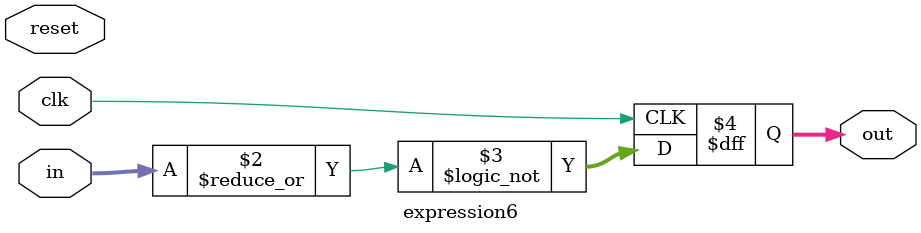
<source format=v>
module expression6
  #(parameter integer WIDTH = 8)
  (input wire             reset,
   input wire             clk,
   input wire [WIDTH-1:0] in,
   output reg [WIDTH-1:0] out);

   always @(posedge clk) out <= ~| in;

endmodule

</source>
